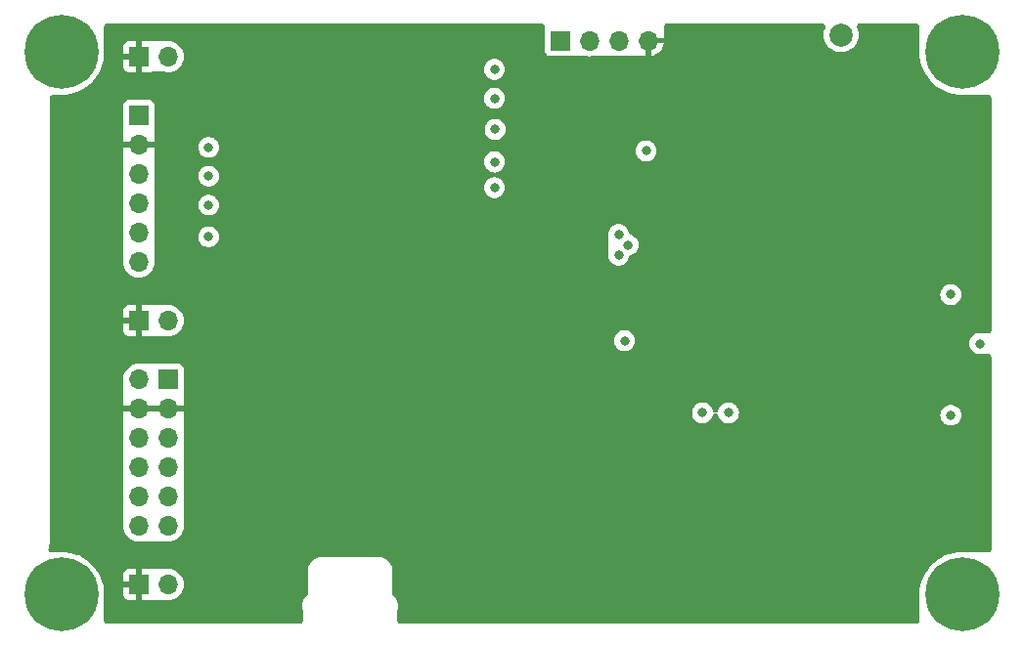
<source format=gbr>
%TF.GenerationSoftware,KiCad,Pcbnew,8.0.6*%
%TF.CreationDate,2024-10-28T10:58:12+07:00*%
%TF.ProjectId,PICO_ADC_Test,5049434f-5f41-4444-935f-546573742e6b,R0.1*%
%TF.SameCoordinates,PX72ade90PY75c75e0*%
%TF.FileFunction,Copper,L2,Inr*%
%TF.FilePolarity,Positive*%
%FSLAX46Y46*%
G04 Gerber Fmt 4.6, Leading zero omitted, Abs format (unit mm)*
G04 Created by KiCad (PCBNEW 8.0.6) date 2024-10-28 10:58:12*
%MOMM*%
%LPD*%
G01*
G04 APERTURE LIST*
%TA.AperFunction,ComponentPad*%
%ADD10C,2.000000*%
%TD*%
%TA.AperFunction,ComponentPad*%
%ADD11R,1.700000X1.700000*%
%TD*%
%TA.AperFunction,ComponentPad*%
%ADD12O,1.700000X1.700000*%
%TD*%
%TA.AperFunction,ComponentPad*%
%ADD13C,0.800000*%
%TD*%
%TA.AperFunction,ComponentPad*%
%ADD14C,6.400000*%
%TD*%
%TA.AperFunction,ViaPad*%
%ADD15C,0.800000*%
%TD*%
G04 APERTURE END LIST*
D10*
%TO.N,Net-(U1-A)*%
%TO.C,REF\u002A\u002A*%
X71000000Y52000000D03*
%TD*%
D11*
%TO.N,+5V*%
%TO.C,J4*%
X46700000Y51500000D03*
D12*
%TO.N,SWCLK*%
X49240000Y51500000D03*
%TO.N,SWDIO*%
X51780000Y51500000D03*
%TO.N,GND*%
X54320000Y51500000D03*
%TD*%
D11*
%TO.N,GND*%
%TO.C,J2*%
X10210000Y27250000D03*
D12*
%TO.N,+5V*%
X12750000Y27250000D03*
%TD*%
D13*
%TO.N,N/C*%
%TO.C,REF\u002A\u002A*%
X79100000Y3500000D03*
X79802944Y5197056D03*
X79802944Y1802944D03*
X81500000Y5900000D03*
D14*
X81500000Y3500000D03*
D13*
X81500000Y1100000D03*
X83197056Y5197056D03*
X83197056Y1802944D03*
X83900000Y3500000D03*
%TD*%
D11*
%TO.N,+3.3V*%
%TO.C,J3*%
X10210000Y45030000D03*
D12*
%TO.N,GND*%
X10210000Y42490000D03*
%TO.N,GPIO17*%
X10210000Y39950000D03*
%TO.N,GPIO16*%
X10210000Y37410000D03*
%TO.N,GPIO12*%
X10210000Y34870000D03*
%TO.N,GPIO11*%
X10210000Y32330000D03*
%TD*%
D13*
%TO.N,N/C*%
%TO.C,REF\u002A\u002A*%
X1100000Y3500000D03*
X1802944Y5197056D03*
X1802944Y1802944D03*
X3500000Y5900000D03*
D14*
X3500000Y3500000D03*
D13*
X3500000Y1100000D03*
X5197056Y5197056D03*
X5197056Y1802944D03*
X5900000Y3500000D03*
%TD*%
%TO.N,N/C*%
%TO.C,REF\u002A\u002A*%
X1100000Y50500000D03*
X1802944Y52197056D03*
X1802944Y48802944D03*
X3500000Y52900000D03*
D14*
X3500000Y50500000D03*
D13*
X3500000Y48100000D03*
X5197056Y52197056D03*
X5197056Y48802944D03*
X5900000Y50500000D03*
%TD*%
D11*
%TO.N,GND*%
%TO.C,J5*%
X10210000Y50120000D03*
D12*
%TO.N,+5V*%
X12750000Y50120000D03*
%TD*%
D11*
%TO.N,GND*%
%TO.C,J7*%
X10210000Y4390000D03*
D12*
%TO.N,+5V*%
X12750000Y4390000D03*
%TD*%
D13*
%TO.N,N/C*%
%TO.C,REF\u002A\u002A*%
X79100000Y50500000D03*
X79802944Y52197056D03*
X79802944Y48802944D03*
X81500000Y52900000D03*
D14*
X81500000Y50500000D03*
D13*
X81500000Y48100000D03*
X83197056Y52197056D03*
X83197056Y48802944D03*
X83900000Y50500000D03*
%TD*%
D11*
%TO.N,+3.3V*%
%TO.C,J6*%
X12750000Y22170000D03*
D12*
X10210000Y22170000D03*
%TO.N,GND*%
X12750000Y19630000D03*
X10210000Y19630000D03*
%TO.N,GPIO21*%
X12750000Y17090000D03*
%TO.N,GPIO28*%
X10210000Y17090000D03*
%TO.N,GPIO20*%
X12750000Y14550000D03*
%TO.N,GPIO27*%
X10210000Y14550000D03*
%TO.N,GPIO19*%
X12750000Y12010000D03*
%TO.N,GPIO26*%
X10210000Y12010000D03*
%TO.N,GPIO18*%
X12750000Y9470000D03*
%TO.N,GPIO22*%
X10210000Y9470000D03*
%TD*%
D15*
%TO.N,GND*%
X59500000Y13000000D03*
X3000000Y10690000D03*
X83500000Y38630000D03*
X63500000Y42250000D03*
X56500000Y32500000D03*
X73200000Y44650000D03*
X57250000Y16000000D03*
X83500000Y28470000D03*
X83500000Y41170000D03*
X21750000Y50000000D03*
X74500000Y26750000D03*
X52750000Y27500000D03*
X70040000Y1500000D03*
X59250000Y16000000D03*
X26000000Y28500000D03*
X3000000Y38630000D03*
X66000000Y7000000D03*
X30750000Y10500000D03*
X60250000Y52500000D03*
X78250000Y47950000D03*
X49500000Y17250000D03*
X73750000Y39750000D03*
X72580000Y1500000D03*
X30750000Y33500000D03*
X61250000Y17750000D03*
X45250000Y32250000D03*
X42750000Y34750000D03*
X63400000Y52500000D03*
X55750000Y3000000D03*
X66750000Y29750000D03*
X83500000Y31010000D03*
X3000000Y33550000D03*
X3000000Y23390000D03*
X63400000Y50750000D03*
X83500000Y43710000D03*
X21750000Y1500000D03*
X51250000Y9500000D03*
X76250000Y40250000D03*
X35250000Y46250000D03*
X83500000Y17500000D03*
X49500000Y1500000D03*
X73000000Y16750000D03*
X26250000Y20750000D03*
X52750000Y5750000D03*
X58150000Y6000000D03*
X69500000Y11750000D03*
X76500000Y46250000D03*
X21750000Y20750000D03*
X35000000Y1500000D03*
X43000000Y37250000D03*
X66000000Y9250000D03*
X3000000Y46250000D03*
X83500000Y33550000D03*
X30750000Y46250000D03*
X51250000Y15512500D03*
X78250000Y18750000D03*
X77250000Y1500000D03*
X67700000Y43700000D03*
X78000000Y7750000D03*
X56750000Y52500000D03*
X72250000Y45000000D03*
X30750000Y37500000D03*
X3000000Y31010000D03*
X63750000Y29750000D03*
X57250000Y7912500D03*
X54500000Y48500000D03*
X3000000Y13230000D03*
X58150000Y3750000D03*
X61500000Y11250000D03*
X81000000Y25250000D03*
X51000000Y3000000D03*
X3000000Y25930000D03*
X26000000Y23750000D03*
X50500000Y45250000D03*
X21750000Y38670000D03*
X3000000Y8150000D03*
X50250000Y5750000D03*
X71250000Y29750000D03*
X3000000Y20850000D03*
X75750000Y18750000D03*
X69400000Y44700000D03*
X75250000Y47150000D03*
X21750000Y47000000D03*
X68250000Y29750000D03*
X78400000Y46250000D03*
X75120000Y1500000D03*
X56500000Y34000000D03*
X21750000Y33590000D03*
X66000000Y2500000D03*
X55300000Y17700000D03*
X21750000Y23750000D03*
X83500000Y36090000D03*
X61500000Y13000000D03*
X57250000Y13000000D03*
X66250000Y42250000D03*
X77000000Y33500000D03*
X26250000Y10500000D03*
X48750000Y25250000D03*
X52750000Y30000000D03*
X30750000Y40750000D03*
X55500000Y5750000D03*
X69950000Y48100000D03*
X83500000Y46250000D03*
X30750000Y28500000D03*
X79700000Y42850000D03*
X35000000Y5510000D03*
X26000000Y40500000D03*
X76500000Y25000000D03*
X44950000Y37250000D03*
X51250000Y12512500D03*
X83500000Y14960000D03*
X3000000Y15770000D03*
X52750000Y1500000D03*
X63400000Y48750000D03*
X73500000Y47000000D03*
X3000000Y36090000D03*
X50500000Y25250000D03*
X79500000Y27250000D03*
X65500000Y11750000D03*
X35000000Y15670000D03*
X73000000Y18750000D03*
X21750000Y5510000D03*
X69750000Y29750000D03*
X60250000Y43250000D03*
X79700000Y44900000D03*
X47000000Y29850000D03*
X47000000Y18250000D03*
X35000000Y10590000D03*
X21750000Y10590000D03*
X54750000Y45250000D03*
X83500000Y7750000D03*
X83500000Y12420000D03*
X52750000Y8250000D03*
X80250000Y46500000D03*
X56500000Y42500000D03*
X30750000Y15750000D03*
X21750000Y43750000D03*
X83500000Y9880000D03*
X21750000Y15670000D03*
X59750000Y1500000D03*
X55750000Y1500000D03*
X80750000Y7750000D03*
X76250000Y41500000D03*
X35000000Y20750000D03*
X30750000Y20750000D03*
X71750000Y26750000D03*
X70500000Y46750000D03*
X47000000Y25250000D03*
X77750000Y42300000D03*
X56500000Y38500000D03*
X3000000Y28470000D03*
X72000000Y13750000D03*
X66000000Y4750000D03*
X63000000Y17750000D03*
X3000000Y18310000D03*
X52750000Y9500000D03*
X57250000Y17750000D03*
X77000000Y35500000D03*
X21750000Y28510000D03*
X3000000Y41170000D03*
X61250000Y16000000D03*
X67500000Y1500000D03*
X59250000Y17750000D03*
X72200000Y48100000D03*
X3000000Y43710000D03*
X26250000Y15750000D03*
X51250000Y8250000D03*
X65250000Y29750000D03*
X61500000Y28500000D03*
X28500000Y48550000D03*
X56500000Y35500000D03*
X35000000Y23750000D03*
X71250000Y45750000D03*
X26000000Y33500000D03*
X43750000Y39400000D03*
%TO.N,+3.3V*%
X54112500Y41937500D03*
X52250000Y25500000D03*
%TO.N,5VVGA*%
X59000000Y19250000D03*
X61250000Y19250000D03*
X80500000Y19050000D03*
%TO.N,+5V*%
X83000000Y25250000D03*
X80500000Y29500000D03*
%TO.N,GPIO21*%
X16250000Y34500000D03*
%TO.N,GPIO18*%
X16250000Y42250000D03*
%TO.N,GPIO19*%
X16250000Y39750000D03*
%TO.N,GPIO11*%
X41000000Y38750000D03*
%TO.N,GPIO12*%
X41000000Y41000000D03*
%TO.N,GPIO20*%
X16250000Y37250000D03*
%TO.N,CS*%
X41050000Y43800000D03*
X51750000Y34700000D03*
%TO.N,SCLK*%
X52550000Y33800000D03*
X41000000Y46500000D03*
%TO.N,MOSI*%
X51750000Y32900000D03*
X40995000Y49000000D03*
%TD*%
%TA.AperFunction,Conductor*%
%TO.N,GND*%
G36*
X12284075Y19822993D02*
G01*
X12250000Y19695826D01*
X12250000Y19564174D01*
X12284075Y19437007D01*
X12316988Y19380000D01*
X10643012Y19380000D01*
X10675925Y19437007D01*
X10710000Y19564174D01*
X10710000Y19695826D01*
X10675925Y19822993D01*
X10643012Y19880000D01*
X12316988Y19880000D01*
X12284075Y19822993D01*
G37*
%TD.AperFunction*%
%TA.AperFunction,Conductor*%
G36*
X45196288Y52981046D02*
G01*
X45277070Y52927070D01*
X45331046Y52846288D01*
X45350000Y52751000D01*
X45350000Y52413867D01*
X45349643Y52400536D01*
X45349500Y52397869D01*
X45349500Y50602135D01*
X45349500Y50602132D01*
X45349501Y50602128D01*
X45351243Y50585925D01*
X45355908Y50542520D01*
X45355909Y50542516D01*
X45371953Y50499500D01*
X45406204Y50407669D01*
X45492454Y50292454D01*
X45607669Y50206204D01*
X45742517Y50155909D01*
X45802127Y50149500D01*
X47597872Y50149501D01*
X47597879Y50149502D01*
X47600513Y50149643D01*
X47613846Y50150000D01*
X49101098Y50150000D01*
X49163279Y50137632D01*
X49229151Y50143394D01*
X49229207Y50143397D01*
X49239998Y50144342D01*
X49240000Y50144341D01*
X49293847Y50149053D01*
X49315548Y50150000D01*
X51704452Y50150000D01*
X51726152Y50149053D01*
X51745999Y50147316D01*
X51779997Y50144341D01*
X51780000Y50144341D01*
X51780003Y50144341D01*
X51814000Y50147316D01*
X51833847Y50149053D01*
X51855548Y50150000D01*
X54055165Y50150000D01*
X54070000Y50165287D01*
X54070000Y51066988D01*
X54127007Y51034075D01*
X54254174Y51000000D01*
X54385826Y51000000D01*
X54512993Y51034075D01*
X54570000Y51066988D01*
X54570000Y50169365D01*
X54783488Y50226569D01*
X54997576Y50326400D01*
X55191076Y50461890D01*
X55358110Y50628924D01*
X55493600Y50822424D01*
X55593433Y51036515D01*
X55593433Y51036517D01*
X55650636Y51249999D01*
X55650636Y51250000D01*
X54753012Y51250000D01*
X54785925Y51307007D01*
X54820000Y51434174D01*
X54820000Y51565826D01*
X54785925Y51692993D01*
X54753012Y51750000D01*
X55650636Y51750000D01*
X55654045Y51754444D01*
X55650000Y51785164D01*
X55650000Y52751000D01*
X55668954Y52846288D01*
X55722930Y52927070D01*
X55803712Y52981046D01*
X55899000Y53000000D01*
X69419012Y53000000D01*
X69514300Y52981046D01*
X69595082Y52927070D01*
X69649058Y52846288D01*
X69668012Y52751000D01*
X69649058Y52655712D01*
X69647060Y52651026D01*
X69613682Y52574930D01*
X69575936Y52488878D01*
X69575935Y52488875D01*
X69514894Y52247832D01*
X69514892Y52247824D01*
X69494357Y52000000D01*
X69514892Y51752177D01*
X69514894Y51752169D01*
X69554369Y51596288D01*
X69575937Y51511119D01*
X69602746Y51450000D01*
X69675825Y51283397D01*
X69675828Y51283392D01*
X69811830Y51075222D01*
X69811836Y51075215D01*
X69980248Y50892270D01*
X69980252Y50892267D01*
X69980256Y50892262D01*
X69980260Y50892259D01*
X69980261Y50892258D01*
X70176485Y50739530D01*
X70176487Y50739529D01*
X70176491Y50739526D01*
X70395190Y50621172D01*
X70450663Y50602128D01*
X70630378Y50540431D01*
X70630382Y50540431D01*
X70630386Y50540429D01*
X70875665Y50499500D01*
X71124335Y50499500D01*
X71369614Y50540429D01*
X71369618Y50540431D01*
X71369621Y50540431D01*
X71495556Y50583665D01*
X71604810Y50621172D01*
X71823509Y50739526D01*
X72019744Y50892262D01*
X72188164Y51075215D01*
X72189574Y51077372D01*
X72242575Y51158498D01*
X72324173Y51283393D01*
X72424063Y51511119D01*
X72485108Y51752179D01*
X72505643Y52000000D01*
X72485108Y52247821D01*
X72424063Y52488881D01*
X72352959Y52650981D01*
X72332041Y52745854D01*
X72349022Y52841514D01*
X72401317Y52923393D01*
X72480966Y52979028D01*
X72575842Y52999947D01*
X72580988Y53000000D01*
X77551000Y53000000D01*
X77646288Y52981046D01*
X77727070Y52927070D01*
X77781046Y52846288D01*
X77800000Y52751000D01*
X77800000Y50612959D01*
X77799659Y50599928D01*
X77794422Y50500000D01*
X77814722Y50112662D01*
X77814722Y50112657D01*
X77814723Y50112655D01*
X77862184Y49812993D01*
X77875398Y49729567D01*
X77975786Y49354914D01*
X78114786Y48992805D01*
X78290872Y48647216D01*
X78290875Y48647211D01*
X78502124Y48321915D01*
X78682233Y48099500D01*
X78746219Y48020484D01*
X79020484Y47746219D01*
X79020489Y47746215D01*
X79020490Y47746214D01*
X79321914Y47502125D01*
X79321916Y47502124D01*
X79647211Y47290875D01*
X79992806Y47114786D01*
X80354913Y46975786D01*
X80729567Y46875398D01*
X81112662Y46814722D01*
X81500000Y46794422D01*
X81599926Y46799659D01*
X81612957Y46800000D01*
X83751000Y46800000D01*
X83846288Y46781046D01*
X83927070Y46727070D01*
X83981046Y46646288D01*
X84000000Y46551000D01*
X84000000Y26399000D01*
X83981046Y26303712D01*
X83927070Y26222930D01*
X83846288Y26168954D01*
X83751000Y26150000D01*
X83112453Y26150000D01*
X83102917Y26150500D01*
X83094646Y26150500D01*
X82905354Y26150500D01*
X82720203Y26111146D01*
X82720189Y26111142D01*
X82547271Y26034153D01*
X82394126Y25922886D01*
X82267469Y25782220D01*
X82172822Y25618286D01*
X82114325Y25438256D01*
X82094540Y25250000D01*
X82114325Y25061745D01*
X82143573Y24971730D01*
X82172821Y24881716D01*
X82172822Y24881715D01*
X82267469Y24717781D01*
X82394126Y24577115D01*
X82394129Y24577112D01*
X82508984Y24493665D01*
X82547271Y24465848D01*
X82720189Y24388859D01*
X82720192Y24388858D01*
X82720197Y24388856D01*
X82905354Y24349500D01*
X83102917Y24349500D01*
X83112453Y24350000D01*
X83751000Y24350000D01*
X83846288Y24331046D01*
X83927070Y24277070D01*
X83981046Y24196288D01*
X84000000Y24101000D01*
X84000000Y7449000D01*
X83981046Y7353712D01*
X83927070Y7272930D01*
X83846288Y7218954D01*
X83751000Y7200000D01*
X81612957Y7200000D01*
X81599926Y7200341D01*
X81500000Y7205578D01*
X81112662Y7185278D01*
X81112656Y7185278D01*
X81112654Y7185277D01*
X80729571Y7124603D01*
X80354913Y7024214D01*
X79992804Y6885214D01*
X79647215Y6709128D01*
X79647210Y6709125D01*
X79321914Y6497876D01*
X79020490Y6253787D01*
X78746213Y5979510D01*
X78502124Y5678086D01*
X78290875Y5352790D01*
X78290872Y5352785D01*
X78114786Y5007196D01*
X78031451Y4790099D01*
X77975786Y4645087D01*
X77876548Y4274723D01*
X77875397Y4270429D01*
X77814723Y3887346D01*
X77814722Y3887338D01*
X77801259Y3630460D01*
X77794422Y3500000D01*
X77799659Y3400074D01*
X77800000Y3387043D01*
X77800000Y1249000D01*
X77781046Y1153712D01*
X77727070Y1072930D01*
X77646288Y1018954D01*
X77551000Y1000000D01*
X32849000Y1000000D01*
X32753712Y1018954D01*
X32672930Y1072930D01*
X32618954Y1153712D01*
X32600000Y1249000D01*
X32600000Y2193691D01*
X32607621Y2254822D01*
X32611132Y2268687D01*
X32611133Y2268692D01*
X32611134Y2268695D01*
X32630300Y2500000D01*
X32611134Y2731305D01*
X32554157Y2956300D01*
X32460924Y3168849D01*
X32421995Y3228433D01*
X32333981Y3363151D01*
X32215804Y3491526D01*
X32165212Y3574470D01*
X32150000Y3660169D01*
X32150000Y5237417D01*
X32158485Y5301865D01*
X32161207Y5312023D01*
X32180277Y5530000D01*
X32161207Y5747977D01*
X32104575Y5959330D01*
X32012102Y6157638D01*
X32012096Y6157646D01*
X31914080Y6297628D01*
X31886598Y6336877D01*
X31731877Y6491598D01*
X31640628Y6555491D01*
X31552639Y6617102D01*
X31354328Y6709576D01*
X31256239Y6735859D01*
X31142977Y6766207D01*
X30925000Y6785277D01*
X30707023Y6766207D01*
X30707021Y6766207D01*
X30707016Y6766206D01*
X30684029Y6760046D01*
X30678203Y6758485D01*
X30613758Y6750000D01*
X26386242Y6750000D01*
X26321796Y6758485D01*
X26314089Y6760550D01*
X26292983Y6766206D01*
X26292979Y6766207D01*
X26292977Y6766207D01*
X26075000Y6785277D01*
X25857023Y6766207D01*
X25796538Y6750000D01*
X25645666Y6709574D01*
X25447368Y6617106D01*
X25447360Y6617102D01*
X25268124Y6491599D01*
X25113401Y6336876D01*
X24987898Y6157640D01*
X24987894Y6157632D01*
X24895426Y5959334D01*
X24895425Y5959330D01*
X24838793Y5747977D01*
X24832678Y5678084D01*
X24819723Y5530000D01*
X24838793Y5312022D01*
X24841515Y5301865D01*
X24850000Y5237417D01*
X24850000Y3660169D01*
X24831046Y3564881D01*
X24784196Y3491526D01*
X24666018Y3363151D01*
X24539074Y3168847D01*
X24445842Y2956298D01*
X24445841Y2956294D01*
X24388868Y2731316D01*
X24388866Y2731309D01*
X24369700Y2500000D01*
X24388866Y2268692D01*
X24388867Y2268687D01*
X24392379Y2254822D01*
X24400000Y2193691D01*
X24400000Y1249000D01*
X24381046Y1153712D01*
X24327070Y1072930D01*
X24246288Y1018954D01*
X24151000Y1000000D01*
X7449000Y1000000D01*
X7353712Y1018954D01*
X7272930Y1072930D01*
X7218954Y1153712D01*
X7200000Y1249000D01*
X7200000Y3387043D01*
X7200341Y3400074D01*
X7200455Y3402268D01*
X7205578Y3500000D01*
X7185278Y3887338D01*
X7124602Y4270433D01*
X7024214Y4645087D01*
X6885214Y5007194D01*
X6742222Y5287833D01*
X8860000Y5287833D01*
X8860000Y4640001D01*
X8860001Y4640000D01*
X9776988Y4640000D01*
X9744075Y4582993D01*
X9710000Y4455826D01*
X9710000Y4324174D01*
X9744075Y4197007D01*
X9776988Y4140000D01*
X8860001Y4140000D01*
X8860000Y4139999D01*
X8860000Y3492168D01*
X8866401Y3432629D01*
X8866403Y3432622D01*
X8916646Y3297913D01*
X9002810Y3182813D01*
X9002812Y3182811D01*
X9117912Y3096647D01*
X9252621Y3046404D01*
X9252628Y3046402D01*
X9312167Y3040001D01*
X9312175Y3040000D01*
X9959999Y3040000D01*
X9960000Y3040001D01*
X9960000Y3956988D01*
X10017007Y3924075D01*
X10144174Y3890000D01*
X10275826Y3890000D01*
X10402993Y3924075D01*
X10460000Y3956988D01*
X10460000Y3040001D01*
X10460001Y3040000D01*
X11107825Y3040000D01*
X11107832Y3040001D01*
X11182862Y3048067D01*
X11183012Y3046667D01*
X11211621Y3050000D01*
X12560154Y3050000D01*
X12581855Y3049053D01*
X12593115Y3048067D01*
X12749996Y3034341D01*
X12750000Y3034341D01*
X12750005Y3034341D01*
X12985401Y3054936D01*
X12985403Y3054937D01*
X12985408Y3054937D01*
X13213663Y3116097D01*
X13427830Y3215965D01*
X13621401Y3351505D01*
X13788495Y3518599D01*
X13924035Y3712170D01*
X14023903Y3926337D01*
X14085063Y4154592D01*
X14095198Y4270433D01*
X14105659Y4389995D01*
X14105659Y4390006D01*
X14085064Y4625402D01*
X14085063Y4625405D01*
X14085063Y4625408D01*
X14023903Y4853663D01*
X13924035Y5067829D01*
X13788495Y5261401D01*
X13621401Y5428495D01*
X13544862Y5482088D01*
X13427830Y5564035D01*
X13356729Y5597190D01*
X13213663Y5663903D01*
X13213660Y5663904D01*
X13141070Y5683354D01*
X12985408Y5725063D01*
X12985404Y5725064D01*
X12985402Y5725064D01*
X12967642Y5726618D01*
X12887426Y5750000D01*
X12750000Y5750000D01*
X11100000Y5750000D01*
X11070265Y5750000D01*
X11062952Y5746662D01*
X11005741Y5740000D01*
X10460001Y5740000D01*
X10460000Y5739999D01*
X10460000Y4823012D01*
X10402993Y4855925D01*
X10275826Y4890000D01*
X10144174Y4890000D01*
X10017007Y4855925D01*
X9960000Y4823012D01*
X9960000Y5739999D01*
X9959999Y5740000D01*
X9312167Y5740000D01*
X9252628Y5733599D01*
X9252621Y5733597D01*
X9117912Y5683354D01*
X9002812Y5597190D01*
X9002810Y5597188D01*
X8916646Y5482088D01*
X8866403Y5347379D01*
X8866401Y5347372D01*
X8860000Y5287833D01*
X6742222Y5287833D01*
X6709125Y5352789D01*
X6571940Y5564035D01*
X6497875Y5678086D01*
X6253786Y5979510D01*
X6253785Y5979511D01*
X6253781Y5979516D01*
X5979516Y6253781D01*
X5912512Y6308040D01*
X5678085Y6497876D01*
X5352789Y6709125D01*
X5352784Y6709128D01*
X5007195Y6885214D01*
X4826140Y6954714D01*
X4645087Y7024214D01*
X4270433Y7124602D01*
X4270429Y7124603D01*
X4270428Y7124603D01*
X3887344Y7185277D01*
X3887345Y7185277D01*
X3887343Y7185278D01*
X3887338Y7185278D01*
X3500000Y7205578D01*
X3499999Y7205578D01*
X3400074Y7200341D01*
X3387043Y7200000D01*
X2621071Y7200000D01*
X2525783Y7218954D01*
X2445001Y7272930D01*
X2391025Y7353712D01*
X2372071Y7449000D01*
X2391025Y7544288D01*
X2459256Y7709014D01*
X2459257Y7709017D01*
X2497591Y7901738D01*
X2497593Y7901746D01*
X2500000Y8000000D01*
X2500000Y12177500D01*
X8839684Y12177500D01*
X8849052Y12070439D01*
X8850000Y12048736D01*
X8850000Y11971277D01*
X8849052Y11949573D01*
X8841670Y11865214D01*
X8850000Y11816090D01*
X8850000Y9412599D01*
X8864573Y9353043D01*
X8874936Y9234599D01*
X8874937Y9234592D01*
X8936097Y9006337D01*
X9035965Y8792170D01*
X9171505Y8598599D01*
X9338599Y8431505D01*
X9532170Y8295965D01*
X9746337Y8196097D01*
X9974592Y8134937D01*
X9974595Y8134937D01*
X9974598Y8134936D01*
X10209995Y8114341D01*
X10210000Y8114341D01*
X10210005Y8114341D01*
X10445401Y8134936D01*
X10445402Y8134937D01*
X10445408Y8134937D01*
X10467449Y8140843D01*
X10469962Y8141516D01*
X10534405Y8150000D01*
X12425595Y8150000D01*
X12490038Y8141516D01*
X12493139Y8140686D01*
X12514592Y8134937D01*
X12514596Y8134937D01*
X12514598Y8134936D01*
X12749995Y8114341D01*
X12750000Y8114341D01*
X12750005Y8114341D01*
X12985401Y8134936D01*
X12985403Y8134937D01*
X12985408Y8134937D01*
X13213663Y8196097D01*
X13427830Y8295965D01*
X13621401Y8431505D01*
X13788495Y8598599D01*
X13924035Y8792170D01*
X14023903Y9006337D01*
X14085063Y9234592D01*
X14093406Y9329957D01*
X14112252Y9394613D01*
X14106606Y9459152D01*
X14106603Y9459209D01*
X14100948Y9523847D01*
X14100000Y9545550D01*
X14100000Y11934452D01*
X14100948Y11956156D01*
X14105659Y12009998D01*
X14105659Y12010004D01*
X14100948Y12063847D01*
X14100000Y12085550D01*
X14100000Y14474452D01*
X14100948Y14496156D01*
X14105659Y14549998D01*
X14105659Y14550004D01*
X14100948Y14603847D01*
X14100000Y14625550D01*
X14100000Y17014452D01*
X14100948Y17036156D01*
X14105659Y17089998D01*
X14105659Y17090004D01*
X14100948Y17143847D01*
X14100000Y17165550D01*
X14100000Y19250000D01*
X58094540Y19250000D01*
X58114325Y19061745D01*
X58143573Y18971730D01*
X58172821Y18881716D01*
X58267467Y18717784D01*
X58267469Y18717781D01*
X58394126Y18577115D01*
X58394129Y18577112D01*
X58495961Y18503127D01*
X58547271Y18465848D01*
X58720189Y18388859D01*
X58720192Y18388858D01*
X58720197Y18388856D01*
X58905354Y18349500D01*
X59094645Y18349500D01*
X59094646Y18349500D01*
X59279803Y18388856D01*
X59312793Y18403544D01*
X59452728Y18465848D01*
X59452728Y18465849D01*
X59452730Y18465849D01*
X59605871Y18577112D01*
X59732533Y18717784D01*
X59827179Y18881716D01*
X59885674Y19061744D01*
X59885674Y19061745D01*
X59888187Y19069478D01*
X59935660Y19154246D01*
X60011958Y19214393D01*
X60105465Y19240765D01*
X60201946Y19229345D01*
X60286714Y19181872D01*
X60346861Y19105574D01*
X60361813Y19069478D01*
X60422821Y18881716D01*
X60517469Y18717781D01*
X60644126Y18577115D01*
X60644129Y18577112D01*
X60745961Y18503127D01*
X60797271Y18465848D01*
X60970189Y18388859D01*
X60970192Y18388858D01*
X60970197Y18388856D01*
X61155354Y18349500D01*
X61344645Y18349500D01*
X61344646Y18349500D01*
X61529803Y18388856D01*
X61562793Y18403544D01*
X61702728Y18465848D01*
X61702728Y18465849D01*
X61702730Y18465849D01*
X61855871Y18577112D01*
X61982533Y18717784D01*
X62077179Y18881716D01*
X62131858Y19050000D01*
X79594540Y19050000D01*
X79614325Y18861745D01*
X79634779Y18798797D01*
X79672821Y18681716D01*
X79767467Y18517784D01*
X79767469Y18517781D01*
X79894126Y18377115D01*
X79894129Y18377112D01*
X79991440Y18306412D01*
X80047271Y18265848D01*
X80220189Y18188859D01*
X80220192Y18188858D01*
X80220197Y18188856D01*
X80405354Y18149500D01*
X80594645Y18149500D01*
X80594646Y18149500D01*
X80779803Y18188856D01*
X80864395Y18226519D01*
X80952728Y18265848D01*
X80952728Y18265849D01*
X80952730Y18265849D01*
X81105871Y18377112D01*
X81232533Y18517784D01*
X81327179Y18681716D01*
X81385674Y18861744D01*
X81405460Y19050000D01*
X81385674Y19238256D01*
X81327179Y19418284D01*
X81232533Y19582216D01*
X81232531Y19582219D01*
X81232530Y19582220D01*
X81105873Y19722886D01*
X81105872Y19722887D01*
X81105871Y19722888D01*
X80968088Y19822993D01*
X80952728Y19834153D01*
X80779810Y19911142D01*
X80779796Y19911146D01*
X80594646Y19950500D01*
X80405354Y19950500D01*
X80220203Y19911146D01*
X80220189Y19911142D01*
X80047271Y19834153D01*
X79894126Y19722886D01*
X79767469Y19582220D01*
X79672822Y19418286D01*
X79672821Y19418284D01*
X79660382Y19380000D01*
X79614325Y19238256D01*
X79594540Y19050000D01*
X62131858Y19050000D01*
X62135674Y19061744D01*
X62155460Y19250000D01*
X62135674Y19438256D01*
X62077179Y19618284D01*
X61982533Y19782216D01*
X61982531Y19782219D01*
X61982530Y19782220D01*
X61855873Y19922886D01*
X61855872Y19922887D01*
X61855871Y19922888D01*
X61779300Y19978520D01*
X61702728Y20034153D01*
X61529810Y20111142D01*
X61529796Y20111146D01*
X61344646Y20150500D01*
X61155354Y20150500D01*
X60970203Y20111146D01*
X60970189Y20111142D01*
X60797271Y20034153D01*
X60644126Y19922886D01*
X60517469Y19782220D01*
X60517467Y19782216D01*
X60422821Y19618284D01*
X60370190Y19456306D01*
X60361813Y19430522D01*
X60314340Y19345755D01*
X60238042Y19285608D01*
X60144535Y19259236D01*
X60048053Y19270656D01*
X59963286Y19318129D01*
X59903139Y19394427D01*
X59888187Y19430522D01*
X59885674Y19438256D01*
X59827179Y19618284D01*
X59732533Y19782216D01*
X59732531Y19782219D01*
X59732530Y19782220D01*
X59605873Y19922886D01*
X59605872Y19922887D01*
X59605871Y19922888D01*
X59529300Y19978520D01*
X59452728Y20034153D01*
X59279810Y20111142D01*
X59279796Y20111146D01*
X59094646Y20150500D01*
X58905354Y20150500D01*
X58720203Y20111146D01*
X58720189Y20111142D01*
X58547271Y20034153D01*
X58394126Y19922886D01*
X58267469Y19782220D01*
X58172822Y19618286D01*
X58114325Y19438256D01*
X58094540Y19250000D01*
X14100000Y19250000D01*
X14100000Y19354764D01*
X14080636Y19380000D01*
X13183012Y19380000D01*
X13215925Y19437007D01*
X13250000Y19564174D01*
X13250000Y19695826D01*
X13215925Y19822993D01*
X13183012Y19880000D01*
X14084714Y19880000D01*
X14100000Y19894834D01*
X14100000Y21256131D01*
X14100357Y21269460D01*
X14100497Y21272108D01*
X14100500Y21272127D01*
X14100499Y23067872D01*
X14094091Y23127483D01*
X14043796Y23262331D01*
X13957546Y23377546D01*
X13842331Y23463796D01*
X13735123Y23503782D01*
X13707481Y23514092D01*
X13647873Y23520500D01*
X11852134Y23520500D01*
X11852130Y23520500D01*
X11852128Y23520499D01*
X11828283Y23517936D01*
X11792514Y23514091D01*
X11777363Y23510510D01*
X11776982Y23512119D01*
X11709815Y23500000D01*
X10495908Y23500000D01*
X10452673Y23503782D01*
X10445401Y23505065D01*
X10210005Y23525659D01*
X10209995Y23525659D01*
X9974598Y23505065D01*
X9746335Y23443903D01*
X9746333Y23443902D01*
X9532177Y23344039D01*
X9532169Y23344035D01*
X9338600Y23208496D01*
X9171504Y23041400D01*
X9035965Y22847831D01*
X9035961Y22847823D01*
X8936098Y22633667D01*
X8936097Y22633665D01*
X8874935Y22405399D01*
X8874159Y22400999D01*
X8872864Y22397672D01*
X8872124Y22394907D01*
X8871820Y22394989D01*
X8850000Y22338890D01*
X8850000Y22200000D01*
X8850000Y19900000D01*
X8850001Y19900000D01*
X8870001Y19880000D01*
X9776988Y19880000D01*
X9744075Y19822993D01*
X9710000Y19695826D01*
X9710000Y19564174D01*
X9744075Y19437007D01*
X9776988Y19380000D01*
X8878244Y19380000D01*
X8865727Y19365727D01*
X8850000Y19350000D01*
X8850000Y12229357D01*
X8839684Y12177500D01*
X2500000Y12177500D01*
X2500000Y25500000D01*
X51344540Y25500000D01*
X51364325Y25311745D01*
X51384388Y25250000D01*
X51422821Y25131716D01*
X51517467Y24967784D01*
X51517469Y24967781D01*
X51594963Y24881716D01*
X51644129Y24827112D01*
X51758984Y24743665D01*
X51797271Y24715848D01*
X51970189Y24638859D01*
X51970192Y24638858D01*
X51970197Y24638856D01*
X52155354Y24599500D01*
X52344645Y24599500D01*
X52344646Y24599500D01*
X52529803Y24638856D01*
X52702730Y24715849D01*
X52855871Y24827112D01*
X52982533Y24967784D01*
X53077179Y25131716D01*
X53135674Y25311744D01*
X53155460Y25500000D01*
X53135674Y25688256D01*
X53077179Y25868284D01*
X52982533Y26032216D01*
X52982531Y26032219D01*
X52982530Y26032220D01*
X52855873Y26172886D01*
X52855872Y26172887D01*
X52855871Y26172888D01*
X52779300Y26228520D01*
X52702728Y26284153D01*
X52529810Y26361142D01*
X52529796Y26361146D01*
X52344646Y26400500D01*
X52155354Y26400500D01*
X51970203Y26361146D01*
X51970189Y26361142D01*
X51797271Y26284153D01*
X51644126Y26172886D01*
X51517469Y26032220D01*
X51422822Y25868286D01*
X51364325Y25688256D01*
X51344540Y25500000D01*
X2500000Y25500000D01*
X2500000Y28147833D01*
X8860000Y28147833D01*
X8860000Y27500001D01*
X8860001Y27500000D01*
X9776988Y27500000D01*
X9744075Y27442993D01*
X9710000Y27315826D01*
X9710000Y27184174D01*
X9744075Y27057007D01*
X9776988Y27000000D01*
X8860001Y27000000D01*
X8860000Y26999999D01*
X8860000Y26352168D01*
X8866401Y26292629D01*
X8866403Y26292622D01*
X8916646Y26157913D01*
X9002810Y26042813D01*
X9002812Y26042811D01*
X9117912Y25956647D01*
X9252621Y25906404D01*
X9252628Y25906402D01*
X9312167Y25900001D01*
X9312175Y25900000D01*
X9959999Y25900000D01*
X9960000Y25900001D01*
X9960000Y26816988D01*
X10017007Y26784075D01*
X10144174Y26750000D01*
X10275826Y26750000D01*
X10402993Y26784075D01*
X10460000Y26816988D01*
X10460000Y25900001D01*
X10460001Y25900000D01*
X12674452Y25900000D01*
X12696152Y25899053D01*
X12715999Y25897316D01*
X12749997Y25894341D01*
X12750000Y25894341D01*
X12750005Y25894341D01*
X12985401Y25914936D01*
X12985403Y25914937D01*
X12985408Y25914937D01*
X13213663Y25976097D01*
X13427830Y26075965D01*
X13621401Y26211505D01*
X13788495Y26378599D01*
X13924035Y26572170D01*
X14023903Y26786337D01*
X14085063Y27014592D01*
X14105659Y27250000D01*
X14105659Y27250006D01*
X14085064Y27485402D01*
X14085063Y27485405D01*
X14085063Y27485408D01*
X14023903Y27713663D01*
X13924035Y27927829D01*
X13788495Y28121401D01*
X13621401Y28288495D01*
X13544862Y28342088D01*
X13427830Y28424035D01*
X13356729Y28457190D01*
X13213663Y28523903D01*
X13213660Y28523904D01*
X12985401Y28585065D01*
X12750005Y28605659D01*
X12750004Y28605659D01*
X12750001Y28605659D01*
X12750000Y28605659D01*
X12718408Y28602896D01*
X12696140Y28600947D01*
X12674440Y28600000D01*
X10460001Y28600000D01*
X10460000Y28599999D01*
X10460000Y27683012D01*
X10402993Y27715925D01*
X10275826Y27750000D01*
X10144174Y27750000D01*
X10017007Y27715925D01*
X9960000Y27683012D01*
X9960000Y28599999D01*
X9959999Y28600000D01*
X9312167Y28600000D01*
X9252628Y28593599D01*
X9252621Y28593597D01*
X9117912Y28543354D01*
X9002812Y28457190D01*
X9002810Y28457188D01*
X8916646Y28342088D01*
X8866403Y28207379D01*
X8866401Y28207372D01*
X8860000Y28147833D01*
X2500000Y28147833D01*
X2500000Y29500000D01*
X79594540Y29500000D01*
X79614325Y29311745D01*
X79643573Y29221730D01*
X79672821Y29131716D01*
X79672822Y29131715D01*
X79767469Y28967781D01*
X79894126Y28827115D01*
X79894129Y28827112D01*
X80008984Y28743665D01*
X80047271Y28715848D01*
X80220189Y28638859D01*
X80220192Y28638858D01*
X80220197Y28638856D01*
X80405354Y28599500D01*
X80594645Y28599500D01*
X80594646Y28599500D01*
X80779803Y28638856D01*
X80952730Y28715849D01*
X81105871Y28827112D01*
X81232533Y28967784D01*
X81327179Y29131716D01*
X81385674Y29311744D01*
X81405460Y29500000D01*
X81385674Y29688256D01*
X81327179Y29868284D01*
X81232533Y30032216D01*
X81232531Y30032219D01*
X81232530Y30032220D01*
X81105873Y30172886D01*
X81105872Y30172887D01*
X81105871Y30172888D01*
X81029300Y30228520D01*
X80952728Y30284153D01*
X80779810Y30361142D01*
X80779796Y30361146D01*
X80594646Y30400500D01*
X80405354Y30400500D01*
X80220203Y30361146D01*
X80220189Y30361142D01*
X80047271Y30284153D01*
X79894126Y30172886D01*
X79767469Y30032220D01*
X79672822Y29868286D01*
X79614325Y29688256D01*
X79594540Y29500000D01*
X2500000Y29500000D01*
X2500000Y44543886D01*
X8850000Y44543886D01*
X8850000Y44350000D01*
X8850000Y42750000D01*
X8850001Y42750000D01*
X8860001Y42740000D01*
X9776988Y42740000D01*
X9744075Y42682993D01*
X9710000Y42555826D01*
X9710000Y42424174D01*
X9744075Y42297007D01*
X9776988Y42240000D01*
X8879364Y42240000D01*
X8854221Y42207234D01*
X8850000Y42202421D01*
X8850000Y32247010D01*
X8850474Y32246292D01*
X8868000Y32173874D01*
X8873077Y32115849D01*
X8874937Y32094592D01*
X8936097Y31866337D01*
X9035965Y31652170D01*
X9171505Y31458599D01*
X9338599Y31291505D01*
X9532170Y31155965D01*
X9746337Y31056097D01*
X9974592Y30994937D01*
X9974595Y30994937D01*
X9974598Y30994936D01*
X10209995Y30974341D01*
X10210000Y30974341D01*
X10210005Y30974341D01*
X10445401Y30994936D01*
X10445403Y30994937D01*
X10445408Y30994937D01*
X10673663Y31056097D01*
X10887830Y31155965D01*
X11081401Y31291505D01*
X11248495Y31458599D01*
X11384035Y31652170D01*
X11483903Y31866337D01*
X11545063Y32094592D01*
X11552000Y32173874D01*
X11564359Y32315138D01*
X11566359Y32322001D01*
X11550948Y32498150D01*
X11550000Y32519852D01*
X11550000Y34500000D01*
X15344540Y34500000D01*
X15364325Y34311745D01*
X15393573Y34221730D01*
X15422821Y34131716D01*
X15422822Y34131715D01*
X15517469Y33967781D01*
X15644126Y33827115D01*
X15644129Y33827112D01*
X15681446Y33800000D01*
X15797271Y33715848D01*
X15970189Y33638859D01*
X15970192Y33638858D01*
X15970197Y33638856D01*
X16155354Y33599500D01*
X16344645Y33599500D01*
X16344646Y33599500D01*
X16529803Y33638856D01*
X16658071Y33695965D01*
X16702728Y33715848D01*
X16702728Y33715849D01*
X16702730Y33715849D01*
X16855871Y33827112D01*
X16982533Y33967784D01*
X17077179Y34131716D01*
X17135674Y34311744D01*
X17155460Y34500000D01*
X17135674Y34688256D01*
X17131858Y34700000D01*
X50844540Y34700000D01*
X50844725Y34698241D01*
X50848636Y34661029D01*
X50850000Y34635002D01*
X50850000Y32965000D01*
X50848636Y32938974D01*
X50844540Y32900002D01*
X50844540Y32900001D01*
X50864325Y32711745D01*
X50893573Y32621730D01*
X50922821Y32531716D01*
X51017467Y32367784D01*
X51017469Y32367781D01*
X51126859Y32246292D01*
X51144129Y32227112D01*
X51258984Y32143665D01*
X51297271Y32115848D01*
X51470189Y32038859D01*
X51470192Y32038858D01*
X51470197Y32038856D01*
X51655354Y31999500D01*
X51844645Y31999500D01*
X51844646Y31999500D01*
X52029803Y32038856D01*
X52155003Y32094599D01*
X52202728Y32115848D01*
X52202728Y32115849D01*
X52202730Y32115849D01*
X52355871Y32227112D01*
X52482533Y32367784D01*
X52577179Y32531716D01*
X52635674Y32711744D01*
X52636743Y32721919D01*
X52665550Y32814700D01*
X52727673Y32889399D01*
X52813652Y32934638D01*
X52828156Y32938322D01*
X52829796Y32938855D01*
X52829803Y32938856D01*
X53002730Y33015849D01*
X53155871Y33127112D01*
X53282533Y33267784D01*
X53377179Y33431716D01*
X53435674Y33611744D01*
X53455460Y33800000D01*
X53435674Y33988256D01*
X53377179Y34168284D01*
X53282533Y34332216D01*
X53282531Y34332219D01*
X53282530Y34332220D01*
X53155873Y34472886D01*
X53155872Y34472887D01*
X53155871Y34472888D01*
X53079300Y34528520D01*
X53002728Y34584153D01*
X52829808Y34661142D01*
X52829806Y34661143D01*
X52829803Y34661144D01*
X52829799Y34661145D01*
X52817385Y34665179D01*
X52817929Y34666855D01*
X52743341Y34698902D01*
X52675548Y34768495D01*
X52639548Y34858734D01*
X52636745Y34878064D01*
X52635674Y34888256D01*
X52577179Y35068284D01*
X52482533Y35232216D01*
X52482531Y35232219D01*
X52482530Y35232220D01*
X52355873Y35372886D01*
X52355872Y35372887D01*
X52355871Y35372888D01*
X52279300Y35428520D01*
X52202728Y35484153D01*
X52029810Y35561142D01*
X52029796Y35561146D01*
X51844646Y35600500D01*
X51655354Y35600500D01*
X51470203Y35561146D01*
X51470189Y35561142D01*
X51297271Y35484153D01*
X51144126Y35372886D01*
X51017469Y35232220D01*
X50922822Y35068286D01*
X50864325Y34888256D01*
X50851739Y34768495D01*
X50844540Y34700000D01*
X17131858Y34700000D01*
X17077179Y34868284D01*
X16982533Y35032216D01*
X16982531Y35032219D01*
X16982530Y35032220D01*
X16855873Y35172886D01*
X16855872Y35172887D01*
X16855871Y35172888D01*
X16774207Y35232220D01*
X16702728Y35284153D01*
X16529810Y35361142D01*
X16529796Y35361146D01*
X16344646Y35400500D01*
X16155354Y35400500D01*
X15970203Y35361146D01*
X15970189Y35361142D01*
X15797271Y35284153D01*
X15644126Y35172886D01*
X15517469Y35032220D01*
X15422822Y34868286D01*
X15364325Y34688256D01*
X15344540Y34500000D01*
X11550000Y34500000D01*
X11550000Y34680155D01*
X11550948Y34701858D01*
X11565659Y34869996D01*
X11565659Y34870005D01*
X11550948Y35038144D01*
X11550000Y35059847D01*
X11550000Y37220155D01*
X11550948Y37241858D01*
X11551660Y37250000D01*
X15344540Y37250000D01*
X15364325Y37061745D01*
X15393573Y36971730D01*
X15422821Y36881716D01*
X15517467Y36717784D01*
X15517469Y36717781D01*
X15644126Y36577115D01*
X15644129Y36577112D01*
X15697138Y36538599D01*
X15797271Y36465848D01*
X15970189Y36388859D01*
X15970192Y36388858D01*
X15970197Y36388856D01*
X16155354Y36349500D01*
X16344645Y36349500D01*
X16344646Y36349500D01*
X16529803Y36388856D01*
X16702730Y36465849D01*
X16855871Y36577112D01*
X16982533Y36717784D01*
X17077179Y36881716D01*
X17135674Y37061744D01*
X17155460Y37250000D01*
X17135674Y37438256D01*
X17077179Y37618284D01*
X16982533Y37782216D01*
X16982531Y37782219D01*
X16982530Y37782220D01*
X16855873Y37922886D01*
X16855872Y37922887D01*
X16855871Y37922888D01*
X16779300Y37978520D01*
X16702728Y38034153D01*
X16529810Y38111142D01*
X16529796Y38111146D01*
X16344646Y38150500D01*
X16155354Y38150500D01*
X15970203Y38111146D01*
X15970189Y38111142D01*
X15797271Y38034153D01*
X15644126Y37922886D01*
X15517469Y37782220D01*
X15517467Y37782216D01*
X15422821Y37618284D01*
X15409779Y37578144D01*
X15364325Y37438256D01*
X15344540Y37250000D01*
X11551660Y37250000D01*
X11565659Y37409996D01*
X11565659Y37410005D01*
X11550948Y37578144D01*
X11550000Y37599847D01*
X11550000Y38750000D01*
X40094540Y38750000D01*
X40114325Y38561745D01*
X40143573Y38471730D01*
X40172821Y38381716D01*
X40172822Y38381715D01*
X40267469Y38217781D01*
X40363486Y38111144D01*
X40394129Y38077112D01*
X40508984Y37993665D01*
X40547271Y37965848D01*
X40720189Y37888859D01*
X40720192Y37888858D01*
X40720197Y37888856D01*
X40905354Y37849500D01*
X41094645Y37849500D01*
X41094646Y37849500D01*
X41279803Y37888856D01*
X41452730Y37965849D01*
X41605871Y38077112D01*
X41732533Y38217784D01*
X41827179Y38381716D01*
X41885674Y38561744D01*
X41905460Y38750000D01*
X41885674Y38938256D01*
X41827179Y39118284D01*
X41732533Y39282216D01*
X41732531Y39282219D01*
X41732530Y39282220D01*
X41605873Y39422886D01*
X41605872Y39422887D01*
X41605871Y39422888D01*
X41518541Y39486337D01*
X41452728Y39534153D01*
X41279810Y39611142D01*
X41279796Y39611146D01*
X41184312Y39631441D01*
X41095047Y39669792D01*
X41027253Y39739384D01*
X41000385Y39806726D01*
X40969126Y39733965D01*
X40899534Y39666171D01*
X40815687Y39631441D01*
X40720203Y39611146D01*
X40720189Y39611142D01*
X40547271Y39534153D01*
X40394126Y39422886D01*
X40267469Y39282220D01*
X40172822Y39118286D01*
X40172821Y39118284D01*
X40159444Y39077115D01*
X40114325Y38938256D01*
X40094540Y38750000D01*
X11550000Y38750000D01*
X11550000Y39750000D01*
X15344540Y39750000D01*
X15364325Y39561745D01*
X15388827Y39486337D01*
X15422821Y39381716D01*
X15517467Y39217784D01*
X15517469Y39217781D01*
X15607057Y39118284D01*
X15644129Y39077112D01*
X15758984Y38993665D01*
X15797271Y38965848D01*
X15970189Y38888859D01*
X15970192Y38888858D01*
X15970197Y38888856D01*
X16155354Y38849500D01*
X16344645Y38849500D01*
X16344646Y38849500D01*
X16529803Y38888856D01*
X16702730Y38965849D01*
X16855871Y39077112D01*
X16982533Y39217784D01*
X17077179Y39381716D01*
X17135674Y39561744D01*
X17155460Y39750000D01*
X17135674Y39938256D01*
X17077179Y40118284D01*
X16982533Y40282216D01*
X16982531Y40282219D01*
X16982530Y40282220D01*
X16855873Y40422886D01*
X16855872Y40422887D01*
X16855871Y40422888D01*
X16779300Y40478520D01*
X16702728Y40534153D01*
X16529810Y40611142D01*
X16529796Y40611146D01*
X16344646Y40650500D01*
X16155354Y40650500D01*
X15970203Y40611146D01*
X15970189Y40611142D01*
X15797271Y40534153D01*
X15644126Y40422886D01*
X15517469Y40282220D01*
X15422980Y40118559D01*
X15422821Y40118284D01*
X15410449Y40080208D01*
X15364325Y39938256D01*
X15344540Y39750000D01*
X11550000Y39750000D01*
X11550000Y39760155D01*
X11550948Y39781858D01*
X11565659Y39949996D01*
X11565659Y39950005D01*
X11550948Y40118144D01*
X11550000Y40139847D01*
X11550000Y41000000D01*
X40094540Y41000000D01*
X40114325Y40811745D01*
X40143573Y40721730D01*
X40172821Y40631716D01*
X40229149Y40534153D01*
X40267469Y40467781D01*
X40394126Y40327115D01*
X40394129Y40327112D01*
X40508984Y40243665D01*
X40547271Y40215848D01*
X40720189Y40138859D01*
X40720192Y40138858D01*
X40720197Y40138856D01*
X40782475Y40125619D01*
X40815687Y40118559D01*
X40904953Y40080208D01*
X40972747Y40010616D01*
X40999613Y39943275D01*
X41030873Y40016034D01*
X41100465Y40083828D01*
X41184312Y40118559D01*
X41279803Y40138856D01*
X41452730Y40215849D01*
X41605871Y40327112D01*
X41732533Y40467784D01*
X41827179Y40631716D01*
X41885674Y40811744D01*
X41905460Y41000000D01*
X41885674Y41188256D01*
X41827179Y41368284D01*
X41732533Y41532216D01*
X41732531Y41532219D01*
X41732530Y41532220D01*
X41605873Y41672886D01*
X41605872Y41672887D01*
X41605871Y41672888D01*
X41500774Y41749245D01*
X41452728Y41784153D01*
X41279810Y41861142D01*
X41279796Y41861146D01*
X41094646Y41900500D01*
X40905354Y41900500D01*
X40720203Y41861146D01*
X40720189Y41861142D01*
X40547271Y41784153D01*
X40394126Y41672886D01*
X40267469Y41532220D01*
X40172822Y41368286D01*
X40114325Y41188256D01*
X40094540Y41000000D01*
X11550000Y41000000D01*
X11550000Y42227797D01*
X11540636Y42240000D01*
X10643012Y42240000D01*
X10648786Y42250000D01*
X15344540Y42250000D01*
X15364325Y42061745D01*
X15376565Y42024075D01*
X15422821Y41881716D01*
X15479149Y41784153D01*
X15517469Y41717781D01*
X15557893Y41672886D01*
X15644129Y41577112D01*
X15758984Y41493665D01*
X15797271Y41465848D01*
X15970189Y41388859D01*
X15970192Y41388858D01*
X15970197Y41388856D01*
X16155354Y41349500D01*
X16344645Y41349500D01*
X16344646Y41349500D01*
X16529803Y41388856D01*
X16566701Y41405284D01*
X16702728Y41465848D01*
X16702728Y41465849D01*
X16702730Y41465849D01*
X16855871Y41577112D01*
X16982533Y41717784D01*
X17077179Y41881716D01*
X17095304Y41937500D01*
X53207040Y41937500D01*
X53226825Y41749245D01*
X53237048Y41717784D01*
X53285321Y41569216D01*
X53379967Y41405284D01*
X53379969Y41405281D01*
X53506626Y41264615D01*
X53506629Y41264612D01*
X53621484Y41181165D01*
X53659771Y41153348D01*
X53832689Y41076359D01*
X53832692Y41076358D01*
X53832697Y41076356D01*
X54017854Y41037000D01*
X54207145Y41037000D01*
X54207146Y41037000D01*
X54392303Y41076356D01*
X54499391Y41124035D01*
X54565228Y41153348D01*
X54565228Y41153349D01*
X54565230Y41153349D01*
X54718371Y41264612D01*
X54845033Y41405284D01*
X54939679Y41569216D01*
X54998174Y41749244D01*
X55017960Y41937500D01*
X54998174Y42125756D01*
X54939679Y42305784D01*
X54845033Y42469716D01*
X54845031Y42469719D01*
X54845030Y42469720D01*
X54718373Y42610386D01*
X54718372Y42610387D01*
X54718371Y42610388D01*
X54641800Y42666020D01*
X54565228Y42721653D01*
X54392310Y42798642D01*
X54392296Y42798646D01*
X54207146Y42838000D01*
X54017854Y42838000D01*
X53832703Y42798646D01*
X53832689Y42798642D01*
X53659771Y42721653D01*
X53506626Y42610386D01*
X53379969Y42469720D01*
X53285322Y42305786D01*
X53226825Y42125756D01*
X53207040Y41937500D01*
X17095304Y41937500D01*
X17135674Y42061744D01*
X17155460Y42250000D01*
X17135674Y42438256D01*
X17077179Y42618284D01*
X16982533Y42782216D01*
X16982531Y42782219D01*
X16982530Y42782220D01*
X16855873Y42922886D01*
X16855872Y42922887D01*
X16855871Y42922888D01*
X16763499Y42990000D01*
X16702728Y43034153D01*
X16529810Y43111142D01*
X16529796Y43111146D01*
X16344646Y43150500D01*
X16155354Y43150500D01*
X15970203Y43111146D01*
X15970189Y43111142D01*
X15797271Y43034153D01*
X15644126Y42922886D01*
X15517469Y42782220D01*
X15422822Y42618286D01*
X15422821Y42618284D01*
X15420255Y42610386D01*
X15364325Y42438256D01*
X15344540Y42250000D01*
X10648786Y42250000D01*
X10675925Y42297007D01*
X10710000Y42424174D01*
X10710000Y42555826D01*
X10675925Y42682993D01*
X10643012Y42740000D01*
X11541756Y42740000D01*
X11550000Y42749401D01*
X11550000Y43800000D01*
X40144540Y43800000D01*
X40164325Y43611745D01*
X40193573Y43521730D01*
X40222821Y43431716D01*
X40222822Y43431715D01*
X40317469Y43267781D01*
X40423070Y43150500D01*
X40444129Y43127112D01*
X40558984Y43043665D01*
X40597271Y43015848D01*
X40770189Y42938859D01*
X40770192Y42938858D01*
X40770197Y42938856D01*
X40955354Y42899500D01*
X41144645Y42899500D01*
X41144646Y42899500D01*
X41329803Y42938856D01*
X41502730Y43015849D01*
X41655871Y43127112D01*
X41782533Y43267784D01*
X41877179Y43431716D01*
X41935674Y43611744D01*
X41955460Y43800000D01*
X41935674Y43988256D01*
X41877179Y44168284D01*
X41782533Y44332216D01*
X41782531Y44332219D01*
X41782530Y44332220D01*
X41655873Y44472886D01*
X41655872Y44472887D01*
X41655871Y44472888D01*
X41558150Y44543886D01*
X41502728Y44584153D01*
X41329810Y44661142D01*
X41329796Y44661146D01*
X41144646Y44700500D01*
X40955354Y44700500D01*
X40770203Y44661146D01*
X40770189Y44661142D01*
X40597271Y44584153D01*
X40444126Y44472886D01*
X40317469Y44332220D01*
X40222822Y44168286D01*
X40164325Y43988256D01*
X40144540Y43800000D01*
X11550000Y43800000D01*
X11550000Y44026184D01*
X11553581Y44056905D01*
X11552426Y44057029D01*
X11554268Y44074168D01*
X11560500Y44132127D01*
X11560499Y45927872D01*
X11554091Y45987483D01*
X11503796Y46122331D01*
X11417546Y46237546D01*
X11302331Y46323796D01*
X11222117Y46353714D01*
X11167481Y46374092D01*
X11107873Y46380500D01*
X9312134Y46380500D01*
X9312130Y46380500D01*
X9312128Y46380499D01*
X9299314Y46379122D01*
X9252519Y46374092D01*
X9252515Y46374091D01*
X9117670Y46323797D01*
X9002455Y46237547D01*
X9002453Y46237545D01*
X8916204Y46122331D01*
X8865908Y45987482D01*
X8859500Y45927877D01*
X8859500Y44591645D01*
X8850000Y44543886D01*
X2500000Y44543886D01*
X2500000Y46250000D01*
X2497593Y46348254D01*
X2497592Y46348257D01*
X2497592Y46348262D01*
X2467409Y46500000D01*
X40094540Y46500000D01*
X40114325Y46311745D01*
X40138435Y46237545D01*
X40172821Y46131716D01*
X40256095Y45987481D01*
X40267469Y45967781D01*
X40303409Y45927866D01*
X40394129Y45827112D01*
X40508984Y45743665D01*
X40547271Y45715848D01*
X40720189Y45638859D01*
X40720192Y45638858D01*
X40720197Y45638856D01*
X40905354Y45599500D01*
X41094645Y45599500D01*
X41094646Y45599500D01*
X41279803Y45638856D01*
X41452730Y45715849D01*
X41605871Y45827112D01*
X41732533Y45967784D01*
X41827179Y46131716D01*
X41885674Y46311744D01*
X41905460Y46500000D01*
X41885674Y46688256D01*
X41827179Y46868284D01*
X41732533Y47032216D01*
X41732531Y47032219D01*
X41732530Y47032220D01*
X41605873Y47172886D01*
X41605872Y47172887D01*
X41605871Y47172888D01*
X41529300Y47228520D01*
X41452728Y47284153D01*
X41279810Y47361142D01*
X41279796Y47361146D01*
X41094646Y47400500D01*
X40905354Y47400500D01*
X40720203Y47361146D01*
X40720189Y47361142D01*
X40547271Y47284153D01*
X40394126Y47172886D01*
X40267469Y47032220D01*
X40172822Y46868286D01*
X40114325Y46688256D01*
X40094540Y46500000D01*
X2467409Y46500000D01*
X2466927Y46502422D01*
X2466926Y46599576D01*
X2504106Y46689336D01*
X2572804Y46758035D01*
X2662564Y46795215D01*
X2711142Y46800000D01*
X3387043Y46800000D01*
X3400074Y46799659D01*
X3500000Y46794422D01*
X3887338Y46814722D01*
X4270433Y46875398D01*
X4645087Y46975786D01*
X5007194Y47114786D01*
X5352789Y47290875D01*
X5678084Y47502124D01*
X5979516Y47746219D01*
X6253781Y48020484D01*
X6497876Y48321916D01*
X6709125Y48647211D01*
X6885214Y48992806D01*
X7024214Y49354913D01*
X7124602Y49729567D01*
X7185278Y50112662D01*
X7205578Y50500000D01*
X7200341Y50599928D01*
X7200000Y50612959D01*
X7200000Y51017833D01*
X8860000Y51017833D01*
X8860000Y50370001D01*
X8860001Y50370000D01*
X9776988Y50370000D01*
X9744075Y50312993D01*
X9710000Y50185826D01*
X9710000Y50054174D01*
X9744075Y49927007D01*
X9776988Y49870000D01*
X8860001Y49870000D01*
X8860000Y49869999D01*
X8860000Y49222168D01*
X8866401Y49162629D01*
X8866403Y49162622D01*
X8916646Y49027913D01*
X9002810Y48912813D01*
X9002812Y48912811D01*
X9117912Y48826647D01*
X9252621Y48776404D01*
X9252628Y48776402D01*
X9312167Y48770001D01*
X9312175Y48770000D01*
X9959999Y48770000D01*
X9960000Y48770001D01*
X9960000Y49686988D01*
X10017007Y49654075D01*
X10144174Y49620000D01*
X10275826Y49620000D01*
X10402993Y49654075D01*
X10460000Y49686988D01*
X10460000Y48770001D01*
X10460001Y48770000D01*
X11107825Y48770000D01*
X11107832Y48770001D01*
X11167371Y48776402D01*
X11167381Y48776404D01*
X11188555Y48784301D01*
X11275570Y48800000D01*
X12425595Y48800000D01*
X12490038Y48791516D01*
X12493139Y48790686D01*
X12514592Y48784937D01*
X12514596Y48784937D01*
X12514598Y48784936D01*
X12749995Y48764341D01*
X12750000Y48764341D01*
X12750005Y48764341D01*
X12985401Y48784936D01*
X12985403Y48784937D01*
X12985408Y48784937D01*
X13213663Y48846097D01*
X13427830Y48945965D01*
X13505000Y49000000D01*
X40089540Y49000000D01*
X40109325Y48811745D01*
X40124728Y48764341D01*
X40167821Y48631716D01*
X40167822Y48631715D01*
X40262469Y48467781D01*
X40389126Y48327115D01*
X40389129Y48327112D01*
X40503984Y48243665D01*
X40542271Y48215848D01*
X40715189Y48138859D01*
X40715192Y48138858D01*
X40715197Y48138856D01*
X40900354Y48099500D01*
X41089645Y48099500D01*
X41089646Y48099500D01*
X41274803Y48138856D01*
X41447730Y48215849D01*
X41600871Y48327112D01*
X41727533Y48467784D01*
X41822179Y48631716D01*
X41880674Y48811744D01*
X41900460Y49000000D01*
X41880674Y49188256D01*
X41822179Y49368284D01*
X41727533Y49532216D01*
X41727531Y49532219D01*
X41727530Y49532220D01*
X41600873Y49672886D01*
X41600872Y49672887D01*
X41600871Y49672888D01*
X41522852Y49729572D01*
X41447728Y49784153D01*
X41274810Y49861142D01*
X41274796Y49861146D01*
X41089646Y49900500D01*
X40900354Y49900500D01*
X40715203Y49861146D01*
X40715189Y49861142D01*
X40542271Y49784153D01*
X40389126Y49672886D01*
X40262469Y49532220D01*
X40262467Y49532216D01*
X40167821Y49368284D01*
X40152651Y49321597D01*
X40109325Y49188256D01*
X40089540Y49000000D01*
X13505000Y49000000D01*
X13621401Y49081505D01*
X13788495Y49248599D01*
X13924035Y49442170D01*
X14023903Y49656337D01*
X14085063Y49884592D01*
X14099900Y50054174D01*
X14105659Y50119995D01*
X14105659Y50120006D01*
X14085064Y50355402D01*
X14085063Y50355405D01*
X14085063Y50355408D01*
X14023903Y50583663D01*
X13951222Y50739526D01*
X13924038Y50797823D01*
X13924034Y50797831D01*
X13857915Y50892258D01*
X13788495Y50991401D01*
X13621401Y51158495D01*
X13544862Y51212088D01*
X13427830Y51294035D01*
X13213663Y51393903D01*
X13213660Y51393904D01*
X12985401Y51455065D01*
X12750005Y51475659D01*
X12749995Y51475659D01*
X12514598Y51455065D01*
X12507327Y51453782D01*
X12464092Y51450000D01*
X11248758Y51450000D01*
X11182974Y51461869D01*
X11182537Y51460015D01*
X11167371Y51463599D01*
X11107832Y51470000D01*
X10460001Y51470000D01*
X10460000Y51469999D01*
X10460000Y50553012D01*
X10402993Y50585925D01*
X10275826Y50620000D01*
X10144174Y50620000D01*
X10017007Y50585925D01*
X9960000Y50553012D01*
X9960000Y51469999D01*
X9959999Y51470000D01*
X9312167Y51470000D01*
X9252628Y51463599D01*
X9252621Y51463597D01*
X9117912Y51413354D01*
X9002812Y51327190D01*
X9002810Y51327188D01*
X8916646Y51212088D01*
X8866403Y51077379D01*
X8866401Y51077372D01*
X8860000Y51017833D01*
X7200000Y51017833D01*
X7200000Y52751000D01*
X7218954Y52846288D01*
X7272930Y52927070D01*
X7353712Y52981046D01*
X7449000Y53000000D01*
X45101000Y53000000D01*
X45196288Y52981046D01*
G37*
%TD.AperFunction*%
%TD*%
M02*

</source>
